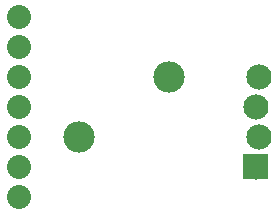
<source format=gbs>
G04 MADE WITH FRITZING*
G04 WWW.FRITZING.ORG*
G04 DOUBLE SIDED*
G04 HOLES PLATED*
G04 CONTOUR ON CENTER OF CONTOUR VECTOR*
%ASAXBY*%
%FSLAX23Y23*%
%MOIN*%
%OFA0B0*%
%SFA1.0B1.0*%
%ADD10C,0.104488*%
%ADD11C,0.084000*%
%ADD12C,0.080000*%
%ADD13R,0.001000X0.001000*%
%LNMASK0*%
G90*
G70*
G54D10*
X1602Y695D03*
G54D11*
X1892Y395D03*
X1902Y495D03*
X1892Y595D03*
X1902Y695D03*
G54D10*
X1302Y495D03*
G54D12*
X1102Y295D03*
X1102Y395D03*
X1102Y495D03*
X1102Y595D03*
X1102Y695D03*
X1102Y795D03*
X1102Y895D03*
G54D13*
X1849Y437D02*
X1932Y437D01*
X1849Y436D02*
X1932Y436D01*
X1849Y435D02*
X1932Y435D01*
X1849Y434D02*
X1932Y434D01*
X1849Y433D02*
X1932Y433D01*
X1849Y432D02*
X1932Y432D01*
X1849Y431D02*
X1932Y431D01*
X1849Y430D02*
X1932Y430D01*
X1849Y429D02*
X1932Y429D01*
X1849Y428D02*
X1932Y428D01*
X1849Y427D02*
X1932Y427D01*
X1849Y426D02*
X1932Y426D01*
X1849Y425D02*
X1932Y425D01*
X1849Y424D02*
X1932Y424D01*
X1849Y423D02*
X1932Y423D01*
X1849Y422D02*
X1932Y422D01*
X1849Y421D02*
X1932Y421D01*
X1849Y420D02*
X1932Y420D01*
X1849Y419D02*
X1932Y419D01*
X1849Y418D02*
X1932Y418D01*
X1849Y417D02*
X1932Y417D01*
X1849Y416D02*
X1932Y416D01*
X1849Y415D02*
X1932Y415D01*
X1849Y414D02*
X1932Y414D01*
X1849Y413D02*
X1932Y413D01*
X1849Y412D02*
X1932Y412D01*
X1849Y411D02*
X1932Y411D01*
X1849Y410D02*
X1886Y410D01*
X1895Y410D02*
X1932Y410D01*
X1849Y409D02*
X1884Y409D01*
X1897Y409D02*
X1932Y409D01*
X1849Y408D02*
X1882Y408D01*
X1899Y408D02*
X1932Y408D01*
X1849Y407D02*
X1881Y407D01*
X1900Y407D02*
X1932Y407D01*
X1849Y406D02*
X1879Y406D01*
X1902Y406D02*
X1932Y406D01*
X1849Y405D02*
X1879Y405D01*
X1902Y405D02*
X1932Y405D01*
X1849Y404D02*
X1878Y404D01*
X1903Y404D02*
X1932Y404D01*
X1849Y403D02*
X1877Y403D01*
X1904Y403D02*
X1932Y403D01*
X1849Y402D02*
X1876Y402D01*
X1905Y402D02*
X1932Y402D01*
X1849Y401D02*
X1876Y401D01*
X1905Y401D02*
X1932Y401D01*
X1849Y400D02*
X1876Y400D01*
X1905Y400D02*
X1932Y400D01*
X1849Y399D02*
X1875Y399D01*
X1906Y399D02*
X1932Y399D01*
X1849Y398D02*
X1875Y398D01*
X1906Y398D02*
X1932Y398D01*
X1849Y397D02*
X1875Y397D01*
X1906Y397D02*
X1932Y397D01*
X1849Y396D02*
X1875Y396D01*
X1906Y396D02*
X1932Y396D01*
X1849Y395D02*
X1875Y395D01*
X1906Y395D02*
X1932Y395D01*
X1849Y394D02*
X1875Y394D01*
X1906Y394D02*
X1932Y394D01*
X1849Y393D02*
X1875Y393D01*
X1906Y393D02*
X1932Y393D01*
X1849Y392D02*
X1875Y392D01*
X1906Y392D02*
X1932Y392D01*
X1849Y391D02*
X1876Y391D01*
X1905Y391D02*
X1932Y391D01*
X1849Y390D02*
X1876Y390D01*
X1905Y390D02*
X1932Y390D01*
X1849Y389D02*
X1876Y389D01*
X1905Y389D02*
X1932Y389D01*
X1849Y388D02*
X1877Y388D01*
X1904Y388D02*
X1932Y388D01*
X1849Y387D02*
X1878Y387D01*
X1903Y387D02*
X1932Y387D01*
X1849Y386D02*
X1878Y386D01*
X1903Y386D02*
X1932Y386D01*
X1849Y385D02*
X1879Y385D01*
X1902Y385D02*
X1932Y385D01*
X1849Y384D02*
X1880Y384D01*
X1901Y384D02*
X1932Y384D01*
X1849Y383D02*
X1882Y383D01*
X1899Y383D02*
X1932Y383D01*
X1849Y382D02*
X1883Y382D01*
X1898Y382D02*
X1932Y382D01*
X1849Y381D02*
X1886Y381D01*
X1895Y381D02*
X1932Y381D01*
X1849Y380D02*
X1932Y380D01*
X1849Y379D02*
X1932Y379D01*
X1849Y378D02*
X1932Y378D01*
X1849Y377D02*
X1932Y377D01*
X1849Y376D02*
X1932Y376D01*
X1849Y375D02*
X1932Y375D01*
X1849Y374D02*
X1932Y374D01*
X1849Y373D02*
X1932Y373D01*
X1849Y372D02*
X1932Y372D01*
X1849Y371D02*
X1932Y371D01*
X1849Y370D02*
X1932Y370D01*
X1849Y369D02*
X1932Y369D01*
X1849Y368D02*
X1932Y368D01*
X1849Y367D02*
X1932Y367D01*
X1849Y366D02*
X1932Y366D01*
X1849Y365D02*
X1932Y365D01*
X1849Y364D02*
X1932Y364D01*
X1849Y363D02*
X1932Y363D01*
X1849Y362D02*
X1932Y362D01*
X1849Y361D02*
X1932Y361D01*
X1849Y360D02*
X1932Y360D01*
X1849Y359D02*
X1932Y359D01*
X1849Y358D02*
X1932Y358D01*
X1849Y357D02*
X1932Y357D01*
X1849Y356D02*
X1932Y356D01*
X1849Y355D02*
X1932Y355D01*
X1849Y354D02*
X1932Y354D01*
D02*
G04 End of Mask0*
M02*
</source>
